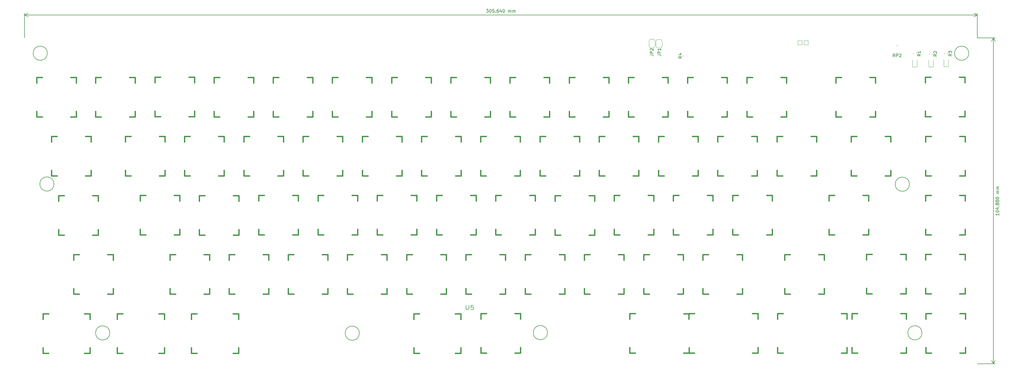
<source format=gto>
G04 #@! TF.GenerationSoftware,KiCad,Pcbnew,5.1.5*
G04 #@! TF.CreationDate,2020-04-09T00:31:28+02:00*
G04 #@! TF.ProjectId,FullKeyboardV1,46756c6c-4b65-4796-926f-61726456312e,rev?*
G04 #@! TF.SameCoordinates,Original*
G04 #@! TF.FileFunction,Legend,Top*
G04 #@! TF.FilePolarity,Positive*
%FSLAX46Y46*%
G04 Gerber Fmt 4.6, Leading zero omitted, Abs format (unit mm)*
G04 Created by KiCad (PCBNEW 5.1.5) date 2020-04-09 00:31:28*
%MOMM*%
%LPD*%
G04 APERTURE LIST*
%ADD10C,0.150000*%
%ADD11C,0.381000*%
%ADD12C,0.120000*%
%ADD13C,0.203200*%
G04 APERTURE END LIST*
D10*
X306211578Y-104328941D02*
X306211469Y-104900369D01*
X306211523Y-104614655D02*
X305211523Y-104614464D01*
X305354362Y-104709730D01*
X305449582Y-104804986D01*
X305497183Y-104900233D01*
X305211696Y-103709702D02*
X305211714Y-103614464D01*
X305259351Y-103519235D01*
X305306979Y-103471625D01*
X305402226Y-103424024D01*
X305592712Y-103376442D01*
X305830807Y-103376487D01*
X306021274Y-103424143D01*
X306116503Y-103471780D01*
X306164113Y-103519408D01*
X306211714Y-103614655D01*
X306211696Y-103709893D01*
X306164058Y-103805122D01*
X306116430Y-103852732D01*
X306021183Y-103900333D01*
X305830698Y-103947916D01*
X305592603Y-103947870D01*
X305402136Y-103900215D01*
X305306907Y-103852578D01*
X305259297Y-103804950D01*
X305211696Y-103709702D01*
X305545256Y-102519290D02*
X306211923Y-102519417D01*
X305164258Y-102757312D02*
X305878499Y-102995544D01*
X305878617Y-102376496D01*
X306164413Y-101947979D02*
X306212032Y-101947988D01*
X306307261Y-101995626D01*
X306354871Y-102043254D01*
X305640712Y-101376451D02*
X305593075Y-101471680D01*
X305545447Y-101519290D01*
X305450200Y-101566891D01*
X305402580Y-101566882D01*
X305307351Y-101519244D01*
X305259741Y-101471616D01*
X305212141Y-101376369D01*
X305212177Y-101185893D01*
X305259814Y-101090664D01*
X305307442Y-101043054D01*
X305402689Y-100995453D01*
X305450308Y-100995462D01*
X305545537Y-101043099D01*
X305593147Y-101090728D01*
X305640748Y-101185975D01*
X305640712Y-101376451D01*
X305688313Y-101471698D01*
X305735923Y-101519326D01*
X305831152Y-101566963D01*
X306021628Y-101567000D01*
X306116875Y-101519399D01*
X306164503Y-101471789D01*
X306212141Y-101376560D01*
X306212177Y-101186084D01*
X306164576Y-101090836D01*
X306116966Y-101043208D01*
X306021737Y-100995571D01*
X305831261Y-100995535D01*
X305736014Y-101043136D01*
X305688386Y-101090746D01*
X305640748Y-101185975D01*
X305640894Y-100424070D02*
X305593256Y-100519299D01*
X305545628Y-100566909D01*
X305450381Y-100614510D01*
X305402762Y-100614501D01*
X305307533Y-100566864D01*
X305259923Y-100519235D01*
X305212322Y-100423988D01*
X305212359Y-100233512D01*
X305259996Y-100138283D01*
X305307624Y-100090673D01*
X305402871Y-100043072D01*
X305450490Y-100043081D01*
X305545719Y-100090718D01*
X305593329Y-100138347D01*
X305640930Y-100233594D01*
X305640894Y-100424070D01*
X305688495Y-100519317D01*
X305736104Y-100566945D01*
X305831334Y-100614582D01*
X306021810Y-100614619D01*
X306117057Y-100567018D01*
X306164685Y-100519408D01*
X306212322Y-100424179D01*
X306212359Y-100233703D01*
X306164758Y-100138456D01*
X306117148Y-100090827D01*
X306021919Y-100043190D01*
X305831442Y-100043154D01*
X305736195Y-100090755D01*
X305688567Y-100138365D01*
X305640930Y-100233594D01*
X305212513Y-99423988D02*
X305212531Y-99328750D01*
X305260168Y-99233521D01*
X305307796Y-99185911D01*
X305403044Y-99138310D01*
X305593529Y-99090728D01*
X305831624Y-99090773D01*
X306022091Y-99138428D01*
X306117320Y-99186066D01*
X306164930Y-99233694D01*
X306212531Y-99328941D01*
X306212513Y-99424179D01*
X306164876Y-99519408D01*
X306117248Y-99567018D01*
X306022000Y-99614619D01*
X305831515Y-99662202D01*
X305593420Y-99662156D01*
X305402953Y-99614501D01*
X305307724Y-99566864D01*
X305260114Y-99519235D01*
X305212513Y-99423988D01*
X306212803Y-97900369D02*
X305546137Y-97900242D01*
X305641375Y-97900260D02*
X305593765Y-97852632D01*
X305546164Y-97757385D01*
X305546191Y-97614528D01*
X305593829Y-97519299D01*
X305689076Y-97471698D01*
X306212885Y-97471798D01*
X305689076Y-97471698D02*
X305593847Y-97424061D01*
X305546246Y-97328814D01*
X305546273Y-97185957D01*
X305593910Y-97090728D01*
X305689157Y-97043127D01*
X306212967Y-97043227D01*
X306213058Y-96567036D02*
X305546391Y-96566909D01*
X305641629Y-96566927D02*
X305594019Y-96519299D01*
X305546418Y-96424052D01*
X305546446Y-96281195D01*
X305594083Y-96185966D01*
X305689330Y-96138365D01*
X306213139Y-96138465D01*
X305689330Y-96138365D02*
X305594101Y-96090728D01*
X305546500Y-95995480D01*
X305546527Y-95852623D01*
X305594165Y-95757394D01*
X305689412Y-95709793D01*
X306213221Y-95709893D01*
X304469969Y-47840988D02*
X304449969Y-152720988D01*
X299290000Y-47840000D02*
X305056390Y-47841100D01*
X299270000Y-152720000D02*
X305036390Y-152721100D01*
X304449969Y-152720988D02*
X303863763Y-151594372D01*
X304449969Y-152720988D02*
X305036605Y-151594596D01*
X304469969Y-47840988D02*
X303883333Y-48967380D01*
X304469969Y-47840988D02*
X305056175Y-48967604D01*
X141813633Y-38667431D02*
X142432680Y-38667451D01*
X142099335Y-39048392D01*
X142242192Y-39048397D01*
X142337428Y-39096019D01*
X142385046Y-39143640D01*
X142432662Y-39238880D01*
X142432654Y-39476975D01*
X142385032Y-39572211D01*
X142337411Y-39619829D01*
X142242171Y-39667445D01*
X141956457Y-39667435D01*
X141861221Y-39619813D01*
X141813603Y-39572193D01*
X143051728Y-38667471D02*
X143146966Y-38667474D01*
X143242203Y-38715097D01*
X143289820Y-38762717D01*
X143337436Y-38857957D01*
X143385049Y-39048435D01*
X143385041Y-39286530D01*
X143337416Y-39477004D01*
X143289794Y-39572241D01*
X143242173Y-39619858D01*
X143146933Y-39667474D01*
X143051695Y-39667471D01*
X142956459Y-39619849D01*
X142908841Y-39572229D01*
X142861225Y-39476989D01*
X142813612Y-39286511D01*
X142813620Y-39048416D01*
X142861246Y-38857941D01*
X142908868Y-38762705D01*
X142956488Y-38715087D01*
X143051728Y-38667471D01*
X144289823Y-38667512D02*
X143813633Y-38667496D01*
X143765998Y-39143685D01*
X143813619Y-39096068D01*
X143908858Y-39048452D01*
X144146954Y-39048459D01*
X144242190Y-39096082D01*
X144289808Y-39143702D01*
X144337424Y-39238942D01*
X144337416Y-39477037D01*
X144289794Y-39572274D01*
X144242173Y-39619891D01*
X144146933Y-39667507D01*
X143908838Y-39667499D01*
X143813602Y-39619877D01*
X143765984Y-39572257D01*
X144813602Y-39619910D02*
X144813600Y-39667529D01*
X144765978Y-39762765D01*
X144718357Y-39810383D01*
X145670776Y-38667557D02*
X145480299Y-38667551D01*
X145385060Y-38715167D01*
X145337439Y-38762784D01*
X145242196Y-38905638D01*
X145194571Y-39096113D01*
X145194559Y-39477065D01*
X145242175Y-39572305D01*
X145289792Y-39619925D01*
X145385029Y-39667548D01*
X145575505Y-39667554D01*
X145670744Y-39619938D01*
X145718365Y-39572320D01*
X145765987Y-39477084D01*
X145765995Y-39238989D01*
X145718379Y-39143749D01*
X145670762Y-39096128D01*
X145575525Y-39048506D01*
X145385049Y-39048500D01*
X145289809Y-39096116D01*
X145242189Y-39143733D01*
X145194566Y-39238970D01*
X146623146Y-39000921D02*
X146623124Y-39667588D01*
X146385063Y-38619961D02*
X146146944Y-39334239D01*
X146765992Y-39334259D01*
X147337442Y-38667611D02*
X147432680Y-38667615D01*
X147527917Y-38715237D01*
X147575534Y-38762857D01*
X147623150Y-38858097D01*
X147670763Y-39048575D01*
X147670755Y-39286670D01*
X147623130Y-39477145D01*
X147575508Y-39572381D01*
X147527887Y-39619999D01*
X147432648Y-39667615D01*
X147337410Y-39667611D01*
X147242173Y-39619989D01*
X147194556Y-39572369D01*
X147146940Y-39477129D01*
X147099327Y-39286651D01*
X147099335Y-39048556D01*
X147146960Y-38858081D01*
X147194582Y-38762845D01*
X147242203Y-38715227D01*
X147337442Y-38667611D01*
X148861219Y-39667661D02*
X148861241Y-39000995D01*
X148861238Y-39096233D02*
X148908858Y-39048615D01*
X149004098Y-39000999D01*
X149146955Y-39001004D01*
X149242192Y-39048626D01*
X149289808Y-39143866D01*
X149289791Y-39667675D01*
X149289808Y-39143866D02*
X149337430Y-39048629D01*
X149432669Y-39001013D01*
X149575527Y-39001018D01*
X149670763Y-39048640D01*
X149718379Y-39143880D01*
X149718362Y-39667689D01*
X150194552Y-39667705D02*
X150194574Y-39001038D01*
X150194571Y-39096276D02*
X150242192Y-39048659D01*
X150337431Y-39001043D01*
X150480289Y-39001048D01*
X150575525Y-39048670D01*
X150623141Y-39143909D01*
X150623124Y-39667719D01*
X150623141Y-39143909D02*
X150670763Y-39048673D01*
X150766003Y-39001057D01*
X150908860Y-39001062D01*
X151004096Y-39048684D01*
X151051712Y-39143923D01*
X151051695Y-39667733D01*
X-6339761Y-40510203D02*
X299300239Y-40520203D01*
X-6340000Y-47810000D02*
X-6339742Y-39923782D01*
X299300000Y-47820000D02*
X299300258Y-39933782D01*
X299300239Y-40520203D02*
X298173716Y-41106587D01*
X299300239Y-40520203D02*
X298173754Y-39933745D01*
X-6339761Y-40510203D02*
X-5213276Y-41096661D01*
X-6339761Y-40510203D02*
X-5213238Y-39923819D01*
D11*
X44950000Y-81328000D02*
X44950000Y-79550000D01*
X44950000Y-92250000D02*
X44950000Y-90472000D01*
X46728000Y-92250000D02*
X44950000Y-92250000D01*
X57650000Y-92250000D02*
X55872000Y-92250000D01*
X57650000Y-90472000D02*
X57650000Y-92250000D01*
X57650000Y-79550000D02*
X57650000Y-81328000D01*
X55872000Y-79550000D02*
X57650000Y-79550000D01*
X44950000Y-79550000D02*
X46728000Y-79550000D01*
X87770000Y-100318000D02*
X87770000Y-98540000D01*
X87770000Y-111240000D02*
X87770000Y-109462000D01*
X89548000Y-111240000D02*
X87770000Y-111240000D01*
X100470000Y-111240000D02*
X98692000Y-111240000D01*
X100470000Y-109462000D02*
X100470000Y-111240000D01*
X100470000Y-98540000D02*
X100470000Y-100318000D01*
X98692000Y-98540000D02*
X100470000Y-98540000D01*
X87770000Y-98540000D02*
X89548000Y-98540000D01*
X131847000Y-136565000D02*
X133625000Y-136565000D01*
X133625000Y-136565000D02*
X133625000Y-138343000D01*
X133625000Y-147487000D02*
X133625000Y-149265000D01*
X133625000Y-149265000D02*
X131847000Y-149265000D01*
X140060000Y-136555000D02*
X141838000Y-136555000D01*
X150982000Y-136555000D02*
X152760000Y-136555000D01*
X152760000Y-136555000D02*
X152760000Y-138333000D01*
X152760000Y-147477000D02*
X152760000Y-149255000D01*
X152760000Y-149255000D02*
X150982000Y-149255000D01*
X141838000Y-149255000D02*
X140060000Y-149255000D01*
X140060000Y-149255000D02*
X140060000Y-147477000D01*
X140060000Y-138333000D02*
X140060000Y-136555000D01*
X118555000Y-136580000D02*
X120333000Y-136580000D01*
X120333000Y-149280000D02*
X118555000Y-149280000D01*
X118555000Y-149280000D02*
X118555000Y-147502000D01*
X118555000Y-138358000D02*
X118555000Y-136580000D01*
X-420000Y-136605000D02*
X1358000Y-136605000D01*
X-420000Y-138383000D02*
X-420000Y-136605000D01*
X23380000Y-149280000D02*
X23380000Y-147502000D01*
X25158000Y-149280000D02*
X23380000Y-149280000D01*
X-420000Y-149305000D02*
X-420000Y-147527000D01*
X1358000Y-149305000D02*
X-420000Y-149305000D01*
X23380000Y-136580000D02*
X25158000Y-136580000D01*
X23380000Y-138358000D02*
X23380000Y-136580000D01*
X47180000Y-136580000D02*
X48958000Y-136580000D01*
X47180000Y-138358000D02*
X47180000Y-136580000D01*
X47180000Y-149280000D02*
X47180000Y-147502000D01*
X48958000Y-149280000D02*
X47180000Y-149280000D01*
X36692000Y-136575000D02*
X38470000Y-136575000D01*
X38470000Y-136575000D02*
X38470000Y-138353000D01*
X38470000Y-149275000D02*
X36692000Y-149275000D01*
X38470000Y-147497000D02*
X38470000Y-149275000D01*
X62270000Y-149275000D02*
X60492000Y-149275000D01*
X62270000Y-147497000D02*
X62270000Y-149275000D01*
X62270000Y-136575000D02*
X62270000Y-138353000D01*
X60492000Y-136575000D02*
X62270000Y-136575000D01*
X12882000Y-136605000D02*
X14660000Y-136605000D01*
X14660000Y-136605000D02*
X14660000Y-138383000D01*
X14660000Y-147527000D02*
X14660000Y-149305000D01*
X14660000Y-149305000D02*
X12882000Y-149305000D01*
X206800000Y-149265000D02*
X206800000Y-147487000D01*
X208558000Y-149255000D02*
X206780000Y-149255000D01*
X206780000Y-138333000D02*
X206780000Y-136555000D01*
X206780000Y-136555000D02*
X208558000Y-136555000D01*
X187780000Y-149255000D02*
X187780000Y-147477000D01*
X187780000Y-136555000D02*
X189558000Y-136555000D01*
X189558000Y-149255000D02*
X187780000Y-149255000D01*
X187780000Y-138333000D02*
X187780000Y-136555000D01*
X257480000Y-147477000D02*
X257480000Y-149255000D01*
X257480000Y-136555000D02*
X257480000Y-138333000D01*
X255702000Y-136555000D02*
X257480000Y-136555000D01*
X257480000Y-149255000D02*
X255702000Y-149255000D01*
X274702000Y-136555000D02*
X276480000Y-136555000D01*
X276480000Y-136555000D02*
X276480000Y-138333000D01*
X276480000Y-147477000D02*
X276480000Y-149255000D01*
X276480000Y-149255000D02*
X274702000Y-149255000D01*
X205100000Y-136590000D02*
X206878000Y-136590000D01*
X206850000Y-149240000D02*
X205072000Y-149240000D01*
X228930000Y-136555000D02*
X228930000Y-138333000D01*
X227152000Y-136555000D02*
X228930000Y-136555000D01*
X227152000Y-136555000D02*
X228930000Y-136555000D01*
X228930000Y-136555000D02*
X228930000Y-138333000D01*
X228930000Y-147477000D02*
X228930000Y-149255000D01*
X228930000Y-149255000D02*
X227152000Y-149255000D01*
X228930000Y-149255000D02*
X227152000Y-149255000D01*
X228930000Y-147477000D02*
X228930000Y-149255000D01*
X235230000Y-138333000D02*
X235230000Y-136555000D01*
X235230000Y-138333000D02*
X235230000Y-136555000D01*
X235230000Y-136555000D02*
X237008000Y-136555000D01*
X235230000Y-136555000D02*
X237008000Y-136555000D01*
X237008000Y-149255000D02*
X235230000Y-149255000D01*
X235230000Y-149255000D02*
X235230000Y-147477000D01*
X237008000Y-149255000D02*
X235230000Y-149255000D01*
X235230000Y-149255000D02*
X235230000Y-147477000D01*
X259030000Y-136555000D02*
X260808000Y-136555000D01*
X259030000Y-138333000D02*
X259030000Y-136555000D01*
X260808000Y-149255000D02*
X259030000Y-149255000D01*
X259030000Y-149255000D02*
X259030000Y-147477000D01*
X251722000Y-100308000D02*
X251722000Y-98530000D01*
X251722000Y-111230000D02*
X251722000Y-109452000D01*
X253500000Y-111230000D02*
X251722000Y-111230000D01*
X264422000Y-111230000D02*
X262644000Y-111230000D01*
X264422000Y-109452000D02*
X264422000Y-111230000D01*
X264422000Y-98530000D02*
X264422000Y-100308000D01*
X262644000Y-98530000D02*
X264422000Y-98530000D01*
X251722000Y-98530000D02*
X253500000Y-98530000D01*
X139980000Y-81318000D02*
X139980000Y-79540000D01*
X139980000Y-92240000D02*
X139980000Y-90462000D01*
X141758000Y-92240000D02*
X139980000Y-92240000D01*
X152680000Y-92240000D02*
X150902000Y-92240000D01*
X152680000Y-90462000D02*
X152680000Y-92240000D01*
X152680000Y-79540000D02*
X152680000Y-81318000D01*
X150902000Y-79540000D02*
X152680000Y-79540000D01*
X139980000Y-79540000D02*
X141758000Y-79540000D01*
D12*
X241700000Y-50110000D02*
X241700000Y-48710000D01*
X243100000Y-50110000D02*
X241700000Y-50110000D01*
X243100000Y-48710000D02*
X243100000Y-50110000D01*
X241700000Y-48710000D02*
X243100000Y-48710000D01*
X243640000Y-50110000D02*
X243640000Y-48710000D01*
X245040000Y-50110000D02*
X243640000Y-50110000D01*
X245040000Y-48710000D02*
X245040000Y-50110000D01*
X243640000Y-48710000D02*
X245040000Y-48710000D01*
X273290000Y-50310000D02*
X273790000Y-50310000D01*
X273290000Y-52590000D02*
X273790000Y-52590000D01*
D11*
X282745000Y-138328000D02*
X282745000Y-136550000D01*
X282745000Y-149250000D02*
X282745000Y-147472000D01*
X284523000Y-149250000D02*
X282745000Y-149250000D01*
X295445000Y-149250000D02*
X293667000Y-149250000D01*
X295445000Y-147472000D02*
X295445000Y-149250000D01*
X295445000Y-136550000D02*
X295445000Y-138328000D01*
X293667000Y-136550000D02*
X295445000Y-136550000D01*
X282745000Y-136550000D02*
X284523000Y-136550000D01*
X282730000Y-119288000D02*
X282730000Y-117510000D01*
X282730000Y-130210000D02*
X282730000Y-128432000D01*
X284508000Y-130210000D02*
X282730000Y-130210000D01*
X295430000Y-130210000D02*
X293652000Y-130210000D01*
X295430000Y-128432000D02*
X295430000Y-130210000D01*
X295430000Y-117510000D02*
X295430000Y-119288000D01*
X293652000Y-117510000D02*
X295430000Y-117510000D01*
X282730000Y-117510000D02*
X284508000Y-117510000D01*
X282710000Y-100313000D02*
X282710000Y-98535000D01*
X282710000Y-111235000D02*
X282710000Y-109457000D01*
X284488000Y-111235000D02*
X282710000Y-111235000D01*
X295410000Y-111235000D02*
X293632000Y-111235000D01*
X295410000Y-109457000D02*
X295410000Y-111235000D01*
X295410000Y-98535000D02*
X295410000Y-100313000D01*
X293632000Y-98535000D02*
X295410000Y-98535000D01*
X282710000Y-98535000D02*
X284488000Y-98535000D01*
X282685000Y-81313000D02*
X282685000Y-79535000D01*
X282685000Y-92235000D02*
X282685000Y-90457000D01*
X284463000Y-92235000D02*
X282685000Y-92235000D01*
X295385000Y-92235000D02*
X293607000Y-92235000D01*
X295385000Y-90457000D02*
X295385000Y-92235000D01*
X295385000Y-79535000D02*
X295385000Y-81313000D01*
X293607000Y-79535000D02*
X295385000Y-79535000D01*
X282685000Y-79535000D02*
X284463000Y-79535000D01*
X282635000Y-62288000D02*
X282635000Y-60510000D01*
X282635000Y-73210000D02*
X282635000Y-71432000D01*
X284413000Y-73210000D02*
X282635000Y-73210000D01*
X295335000Y-73210000D02*
X293557000Y-73210000D01*
X295335000Y-71432000D02*
X295335000Y-73210000D01*
X295335000Y-60510000D02*
X295335000Y-62288000D01*
X293557000Y-60510000D02*
X295335000Y-60510000D01*
X282635000Y-60510000D02*
X284413000Y-60510000D01*
X258805000Y-81338000D02*
X258805000Y-79560000D01*
X258805000Y-92260000D02*
X258805000Y-90482000D01*
X260583000Y-92260000D02*
X258805000Y-92260000D01*
X271505000Y-92260000D02*
X269727000Y-92260000D01*
X271505000Y-90482000D02*
X271505000Y-92260000D01*
X271505000Y-79560000D02*
X271505000Y-81338000D01*
X269727000Y-79560000D02*
X271505000Y-79560000D01*
X258805000Y-79560000D02*
X260583000Y-79560000D01*
X237470000Y-119303000D02*
X237470000Y-117525000D01*
X237470000Y-130225000D02*
X237470000Y-128447000D01*
X239248000Y-130225000D02*
X237470000Y-130225000D01*
X250170000Y-130225000D02*
X248392000Y-130225000D01*
X250170000Y-128447000D02*
X250170000Y-130225000D01*
X250170000Y-117525000D02*
X250170000Y-119303000D01*
X248392000Y-117525000D02*
X250170000Y-117525000D01*
X237470000Y-117525000D02*
X239248000Y-117525000D01*
X263710000Y-119288000D02*
X263710000Y-117510000D01*
X263710000Y-130210000D02*
X263710000Y-128432000D01*
X265488000Y-130210000D02*
X263710000Y-130210000D01*
X276410000Y-130210000D02*
X274632000Y-130210000D01*
X276410000Y-128432000D02*
X276410000Y-130210000D01*
X276410000Y-117510000D02*
X276410000Y-119288000D01*
X274632000Y-117510000D02*
X276410000Y-117510000D01*
X263710000Y-117510000D02*
X265488000Y-117510000D01*
X234980000Y-81328000D02*
X234980000Y-79550000D01*
X234980000Y-92250000D02*
X234980000Y-90472000D01*
X236758000Y-92250000D02*
X234980000Y-92250000D01*
X247680000Y-92250000D02*
X245902000Y-92250000D01*
X247680000Y-90472000D02*
X247680000Y-92250000D01*
X247680000Y-79550000D02*
X247680000Y-81328000D01*
X245902000Y-79550000D02*
X247680000Y-79550000D01*
X234980000Y-79550000D02*
X236758000Y-79550000D01*
X225340000Y-62328000D02*
X225340000Y-60550000D01*
X225340000Y-73250000D02*
X225340000Y-71472000D01*
X227118000Y-73250000D02*
X225340000Y-73250000D01*
X238040000Y-73250000D02*
X236262000Y-73250000D01*
X238040000Y-71472000D02*
X238040000Y-73250000D01*
X238040000Y-60550000D02*
X238040000Y-62328000D01*
X236262000Y-60550000D02*
X238040000Y-60550000D01*
X225340000Y-60550000D02*
X227118000Y-60550000D01*
X211230000Y-119313000D02*
X211230000Y-117535000D01*
X211230000Y-130235000D02*
X211230000Y-128457000D01*
X213008000Y-130235000D02*
X211230000Y-130235000D01*
X223930000Y-130235000D02*
X222152000Y-130235000D01*
X223930000Y-128457000D02*
X223930000Y-130235000D01*
X223930000Y-117535000D02*
X223930000Y-119313000D01*
X222152000Y-117535000D02*
X223930000Y-117535000D01*
X211230000Y-117535000D02*
X213008000Y-117535000D01*
X220780000Y-100308000D02*
X220780000Y-98530000D01*
X220780000Y-111230000D02*
X220780000Y-109452000D01*
X222558000Y-111230000D02*
X220780000Y-111230000D01*
X233480000Y-111230000D02*
X231702000Y-111230000D01*
X233480000Y-109452000D02*
X233480000Y-111230000D01*
X233480000Y-98530000D02*
X233480000Y-100308000D01*
X231702000Y-98530000D02*
X233480000Y-98530000D01*
X220780000Y-98530000D02*
X222558000Y-98530000D01*
X215980000Y-81328000D02*
X215980000Y-79550000D01*
X215980000Y-92250000D02*
X215980000Y-90472000D01*
X217758000Y-92250000D02*
X215980000Y-92250000D01*
X228680000Y-92250000D02*
X226902000Y-92250000D01*
X228680000Y-90472000D02*
X228680000Y-92250000D01*
X228680000Y-79550000D02*
X228680000Y-81328000D01*
X226902000Y-79550000D02*
X228680000Y-79550000D01*
X215980000Y-79550000D02*
X217758000Y-79550000D01*
X192230000Y-119308000D02*
X192230000Y-117530000D01*
X192230000Y-130230000D02*
X192230000Y-128452000D01*
X194008000Y-130230000D02*
X192230000Y-130230000D01*
X204930000Y-130230000D02*
X203152000Y-130230000D01*
X204930000Y-128452000D02*
X204930000Y-130230000D01*
X204930000Y-117530000D02*
X204930000Y-119308000D01*
X203152000Y-117530000D02*
X204930000Y-117530000D01*
X192230000Y-117530000D02*
X194008000Y-117530000D01*
X201780000Y-100318000D02*
X201780000Y-98540000D01*
X201780000Y-111240000D02*
X201780000Y-109462000D01*
X203558000Y-111240000D02*
X201780000Y-111240000D01*
X214480000Y-111240000D02*
X212702000Y-111240000D01*
X214480000Y-109462000D02*
X214480000Y-111240000D01*
X214480000Y-98540000D02*
X214480000Y-100318000D01*
X212702000Y-98540000D02*
X214480000Y-98540000D01*
X201780000Y-98540000D02*
X203558000Y-98540000D01*
X196980000Y-81318000D02*
X196980000Y-79540000D01*
X196980000Y-92240000D02*
X196980000Y-90462000D01*
X198758000Y-92240000D02*
X196980000Y-92240000D01*
X209680000Y-92240000D02*
X207902000Y-92240000D01*
X209680000Y-90462000D02*
X209680000Y-92240000D01*
X209680000Y-79540000D02*
X209680000Y-81318000D01*
X207902000Y-79540000D02*
X209680000Y-79540000D01*
X196980000Y-79540000D02*
X198758000Y-79540000D01*
X187330000Y-62328000D02*
X187330000Y-60550000D01*
X187330000Y-73250000D02*
X187330000Y-71472000D01*
X189108000Y-73250000D02*
X187330000Y-73250000D01*
X200030000Y-73250000D02*
X198252000Y-73250000D01*
X200030000Y-71472000D02*
X200030000Y-73250000D01*
X200030000Y-60550000D02*
X200030000Y-62328000D01*
X198252000Y-60550000D02*
X200030000Y-60550000D01*
X187330000Y-60550000D02*
X189108000Y-60550000D01*
X173230000Y-119308000D02*
X173230000Y-117530000D01*
X173230000Y-130230000D02*
X173230000Y-128452000D01*
X175008000Y-130230000D02*
X173230000Y-130230000D01*
X185930000Y-130230000D02*
X184152000Y-130230000D01*
X185930000Y-128452000D02*
X185930000Y-130230000D01*
X185930000Y-117530000D02*
X185930000Y-119308000D01*
X184152000Y-117530000D02*
X185930000Y-117530000D01*
X173230000Y-117530000D02*
X175008000Y-117530000D01*
X182780000Y-100318000D02*
X182780000Y-98540000D01*
X182780000Y-111240000D02*
X182780000Y-109462000D01*
X184558000Y-111240000D02*
X182780000Y-111240000D01*
X195480000Y-111240000D02*
X193702000Y-111240000D01*
X195480000Y-109462000D02*
X195480000Y-111240000D01*
X195480000Y-98540000D02*
X195480000Y-100318000D01*
X193702000Y-98540000D02*
X195480000Y-98540000D01*
X182780000Y-98540000D02*
X184558000Y-98540000D01*
X177980000Y-81318000D02*
X177980000Y-79540000D01*
X177980000Y-92240000D02*
X177980000Y-90462000D01*
X179758000Y-92240000D02*
X177980000Y-92240000D01*
X190680000Y-92240000D02*
X188902000Y-92240000D01*
X190680000Y-90462000D02*
X190680000Y-92240000D01*
X190680000Y-79540000D02*
X190680000Y-81318000D01*
X188902000Y-79540000D02*
X190680000Y-79540000D01*
X177980000Y-79540000D02*
X179758000Y-79540000D01*
X168350000Y-62328000D02*
X168350000Y-60550000D01*
X168350000Y-73250000D02*
X168350000Y-71472000D01*
X170128000Y-73250000D02*
X168350000Y-73250000D01*
X181050000Y-73250000D02*
X179272000Y-73250000D01*
X181050000Y-71472000D02*
X181050000Y-73250000D01*
X181050000Y-60550000D02*
X181050000Y-62328000D01*
X179272000Y-60550000D02*
X181050000Y-60550000D01*
X168350000Y-60550000D02*
X170128000Y-60550000D01*
X154230000Y-119318000D02*
X154230000Y-117540000D01*
X154230000Y-130240000D02*
X154230000Y-128462000D01*
X156008000Y-130240000D02*
X154230000Y-130240000D01*
X166930000Y-130240000D02*
X165152000Y-130240000D01*
X166930000Y-128462000D02*
X166930000Y-130240000D01*
X166930000Y-117540000D02*
X166930000Y-119318000D01*
X165152000Y-117540000D02*
X166930000Y-117540000D01*
X154230000Y-117540000D02*
X156008000Y-117540000D01*
X163780000Y-100328000D02*
X163780000Y-98550000D01*
X163780000Y-111250000D02*
X163780000Y-109472000D01*
X165558000Y-111250000D02*
X163780000Y-111250000D01*
X176480000Y-111250000D02*
X174702000Y-111250000D01*
X176480000Y-109472000D02*
X176480000Y-111250000D01*
X176480000Y-98550000D02*
X176480000Y-100328000D01*
X174702000Y-98550000D02*
X176480000Y-98550000D01*
X163780000Y-98550000D02*
X165558000Y-98550000D01*
X158980000Y-81318000D02*
X158980000Y-79540000D01*
X158980000Y-92240000D02*
X158980000Y-90462000D01*
X160758000Y-92240000D02*
X158980000Y-92240000D01*
X171680000Y-92240000D02*
X169902000Y-92240000D01*
X171680000Y-90462000D02*
X171680000Y-92240000D01*
X171680000Y-79540000D02*
X171680000Y-81318000D01*
X169902000Y-79540000D02*
X171680000Y-79540000D01*
X158980000Y-79540000D02*
X160758000Y-79540000D01*
X149370000Y-62328000D02*
X149370000Y-60550000D01*
X149370000Y-73250000D02*
X149370000Y-71472000D01*
X151148000Y-73250000D02*
X149370000Y-73250000D01*
X162070000Y-73250000D02*
X160292000Y-73250000D01*
X162070000Y-71472000D02*
X162070000Y-73250000D01*
X162070000Y-60550000D02*
X162070000Y-62328000D01*
X160292000Y-60550000D02*
X162070000Y-60550000D01*
X149370000Y-60550000D02*
X151148000Y-60550000D01*
X135230000Y-119318000D02*
X135230000Y-117540000D01*
X135230000Y-130240000D02*
X135230000Y-128462000D01*
X137008000Y-130240000D02*
X135230000Y-130240000D01*
X147930000Y-130240000D02*
X146152000Y-130240000D01*
X147930000Y-128462000D02*
X147930000Y-130240000D01*
X147930000Y-117540000D02*
X147930000Y-119318000D01*
X146152000Y-117540000D02*
X147930000Y-117540000D01*
X135230000Y-117540000D02*
X137008000Y-117540000D01*
X144780000Y-100318000D02*
X144780000Y-98540000D01*
X144780000Y-111240000D02*
X144780000Y-109462000D01*
X146558000Y-111240000D02*
X144780000Y-111240000D01*
X157480000Y-111240000D02*
X155702000Y-111240000D01*
X157480000Y-109462000D02*
X157480000Y-111240000D01*
X157480000Y-98540000D02*
X157480000Y-100318000D01*
X155702000Y-98540000D02*
X157480000Y-98540000D01*
X144780000Y-98540000D02*
X146558000Y-98540000D01*
X130370000Y-62328000D02*
X130370000Y-60550000D01*
X130370000Y-73250000D02*
X130370000Y-71472000D01*
X132148000Y-73250000D02*
X130370000Y-73250000D01*
X143070000Y-73250000D02*
X141292000Y-73250000D01*
X143070000Y-71472000D02*
X143070000Y-73250000D01*
X143070000Y-60550000D02*
X143070000Y-62328000D01*
X141292000Y-60550000D02*
X143070000Y-60550000D01*
X130370000Y-60550000D02*
X132148000Y-60550000D01*
X116220000Y-119328000D02*
X116220000Y-117550000D01*
X116220000Y-130250000D02*
X116220000Y-128472000D01*
X117998000Y-130250000D02*
X116220000Y-130250000D01*
X128920000Y-130250000D02*
X127142000Y-130250000D01*
X128920000Y-128472000D02*
X128920000Y-130250000D01*
X128920000Y-117550000D02*
X128920000Y-119328000D01*
X127142000Y-117550000D02*
X128920000Y-117550000D01*
X116220000Y-117550000D02*
X117998000Y-117550000D01*
X125780000Y-100318000D02*
X125780000Y-98540000D01*
X125780000Y-111240000D02*
X125780000Y-109462000D01*
X127558000Y-111240000D02*
X125780000Y-111240000D01*
X138480000Y-111240000D02*
X136702000Y-111240000D01*
X138480000Y-109462000D02*
X138480000Y-111240000D01*
X138480000Y-98540000D02*
X138480000Y-100318000D01*
X136702000Y-98540000D02*
X138480000Y-98540000D01*
X125780000Y-98540000D02*
X127558000Y-98540000D01*
X120980000Y-81318000D02*
X120980000Y-79540000D01*
X120980000Y-92240000D02*
X120980000Y-90462000D01*
X122758000Y-92240000D02*
X120980000Y-92240000D01*
X133680000Y-92240000D02*
X131902000Y-92240000D01*
X133680000Y-90462000D02*
X133680000Y-92240000D01*
X133680000Y-79540000D02*
X133680000Y-81318000D01*
X131902000Y-79540000D02*
X133680000Y-79540000D01*
X120980000Y-79540000D02*
X122758000Y-79540000D01*
X111370000Y-62328000D02*
X111370000Y-60550000D01*
X111370000Y-73250000D02*
X111370000Y-71472000D01*
X113148000Y-73250000D02*
X111370000Y-73250000D01*
X124070000Y-73250000D02*
X122292000Y-73250000D01*
X124070000Y-71472000D02*
X124070000Y-73250000D01*
X124070000Y-60550000D02*
X124070000Y-62328000D01*
X122292000Y-60550000D02*
X124070000Y-60550000D01*
X111370000Y-60550000D02*
X113148000Y-60550000D01*
X97220000Y-119328000D02*
X97220000Y-117550000D01*
X97220000Y-130250000D02*
X97220000Y-128472000D01*
X98998000Y-130250000D02*
X97220000Y-130250000D01*
X109920000Y-130250000D02*
X108142000Y-130250000D01*
X109920000Y-128472000D02*
X109920000Y-130250000D01*
X109920000Y-117550000D02*
X109920000Y-119328000D01*
X108142000Y-117550000D02*
X109920000Y-117550000D01*
X97220000Y-117550000D02*
X98998000Y-117550000D01*
X106770000Y-100318000D02*
X106770000Y-98540000D01*
X106770000Y-111240000D02*
X106770000Y-109462000D01*
X108548000Y-111240000D02*
X106770000Y-111240000D01*
X119470000Y-111240000D02*
X117692000Y-111240000D01*
X119470000Y-109462000D02*
X119470000Y-111240000D01*
X119470000Y-98540000D02*
X119470000Y-100318000D01*
X117692000Y-98540000D02*
X119470000Y-98540000D01*
X106770000Y-98540000D02*
X108548000Y-98540000D01*
X101980000Y-81318000D02*
X101980000Y-79540000D01*
X101980000Y-92240000D02*
X101980000Y-90462000D01*
X103758000Y-92240000D02*
X101980000Y-92240000D01*
X114680000Y-92240000D02*
X112902000Y-92240000D01*
X114680000Y-90462000D02*
X114680000Y-92240000D01*
X114680000Y-79540000D02*
X114680000Y-81318000D01*
X112902000Y-79540000D02*
X114680000Y-79540000D01*
X101980000Y-79540000D02*
X103758000Y-79540000D01*
X92380000Y-62318000D02*
X92380000Y-60540000D01*
X92380000Y-73240000D02*
X92380000Y-71462000D01*
X94158000Y-73240000D02*
X92380000Y-73240000D01*
X105080000Y-73240000D02*
X103302000Y-73240000D01*
X105080000Y-71462000D02*
X105080000Y-73240000D01*
X105080000Y-60540000D02*
X105080000Y-62318000D01*
X103302000Y-60540000D02*
X105080000Y-60540000D01*
X92380000Y-60540000D02*
X94158000Y-60540000D01*
X78250000Y-119328000D02*
X78250000Y-117550000D01*
X78250000Y-130250000D02*
X78250000Y-128472000D01*
X80028000Y-130250000D02*
X78250000Y-130250000D01*
X90950000Y-130250000D02*
X89172000Y-130250000D01*
X90950000Y-128472000D02*
X90950000Y-130250000D01*
X90950000Y-117550000D02*
X90950000Y-119328000D01*
X89172000Y-117550000D02*
X90950000Y-117550000D01*
X78250000Y-117550000D02*
X80028000Y-117550000D01*
X82980000Y-81318000D02*
X82980000Y-79540000D01*
X82980000Y-92240000D02*
X82980000Y-90462000D01*
X84758000Y-92240000D02*
X82980000Y-92240000D01*
X95680000Y-92240000D02*
X93902000Y-92240000D01*
X95680000Y-90462000D02*
X95680000Y-92240000D01*
X95680000Y-79540000D02*
X95680000Y-81318000D01*
X93902000Y-79540000D02*
X95680000Y-79540000D01*
X82980000Y-79540000D02*
X84758000Y-79540000D01*
X59280000Y-119318000D02*
X59280000Y-117540000D01*
X59280000Y-130240000D02*
X59280000Y-128462000D01*
X61058000Y-130240000D02*
X59280000Y-130240000D01*
X71980000Y-130240000D02*
X70202000Y-130240000D01*
X71980000Y-128462000D02*
X71980000Y-130240000D01*
X71980000Y-117540000D02*
X71980000Y-119318000D01*
X70202000Y-117540000D02*
X71980000Y-117540000D01*
X59280000Y-117540000D02*
X61058000Y-117540000D01*
X68750000Y-100318000D02*
X68750000Y-98540000D01*
X68750000Y-111240000D02*
X68750000Y-109462000D01*
X70528000Y-111240000D02*
X68750000Y-111240000D01*
X81450000Y-111240000D02*
X79672000Y-111240000D01*
X81450000Y-109462000D02*
X81450000Y-111240000D01*
X81450000Y-98540000D02*
X81450000Y-100318000D01*
X79672000Y-98540000D02*
X81450000Y-98540000D01*
X68750000Y-98540000D02*
X70528000Y-98540000D01*
X63980000Y-81318000D02*
X63980000Y-79540000D01*
X63980000Y-92240000D02*
X63980000Y-90462000D01*
X65758000Y-92240000D02*
X63980000Y-92240000D01*
X76680000Y-92240000D02*
X74902000Y-92240000D01*
X76680000Y-90462000D02*
X76680000Y-92240000D01*
X76680000Y-79540000D02*
X76680000Y-81318000D01*
X74902000Y-79540000D02*
X76680000Y-79540000D01*
X63980000Y-79540000D02*
X65758000Y-79540000D01*
X54420000Y-62328000D02*
X54420000Y-60550000D01*
X54420000Y-73250000D02*
X54420000Y-71472000D01*
X56198000Y-73250000D02*
X54420000Y-73250000D01*
X67120000Y-73250000D02*
X65342000Y-73250000D01*
X67120000Y-71472000D02*
X67120000Y-73250000D01*
X67120000Y-60550000D02*
X67120000Y-62328000D01*
X65342000Y-60550000D02*
X67120000Y-60550000D01*
X54420000Y-60550000D02*
X56198000Y-60550000D01*
X49720000Y-100328000D02*
X49720000Y-98550000D01*
X49720000Y-111250000D02*
X49720000Y-109472000D01*
X51498000Y-111250000D02*
X49720000Y-111250000D01*
X62420000Y-111250000D02*
X60642000Y-111250000D01*
X62420000Y-109472000D02*
X62420000Y-111250000D01*
X62420000Y-98550000D02*
X62420000Y-100328000D01*
X60642000Y-98550000D02*
X62420000Y-98550000D01*
X49720000Y-98550000D02*
X51498000Y-98550000D01*
X35430000Y-62308000D02*
X35430000Y-60530000D01*
X35430000Y-73230000D02*
X35430000Y-71452000D01*
X37208000Y-73230000D02*
X35430000Y-73230000D01*
X48130000Y-73230000D02*
X46352000Y-73230000D01*
X48130000Y-71452000D02*
X48130000Y-73230000D01*
X48130000Y-60530000D02*
X48130000Y-62308000D01*
X46352000Y-60530000D02*
X48130000Y-60530000D01*
X35430000Y-60530000D02*
X37208000Y-60530000D01*
X30730000Y-100318000D02*
X30730000Y-98540000D01*
X30730000Y-111240000D02*
X30730000Y-109462000D01*
X32508000Y-111240000D02*
X30730000Y-111240000D01*
X43430000Y-111240000D02*
X41652000Y-111240000D01*
X43430000Y-109462000D02*
X43430000Y-111240000D01*
X43430000Y-98540000D02*
X43430000Y-100318000D01*
X41652000Y-98540000D02*
X43430000Y-98540000D01*
X30730000Y-98540000D02*
X32508000Y-98540000D01*
X25980000Y-81318000D02*
X25980000Y-79540000D01*
X25980000Y-92240000D02*
X25980000Y-90462000D01*
X27758000Y-92240000D02*
X25980000Y-92240000D01*
X38680000Y-92240000D02*
X36902000Y-92240000D01*
X38680000Y-90462000D02*
X38680000Y-92240000D01*
X38680000Y-79540000D02*
X38680000Y-81318000D01*
X36902000Y-79540000D02*
X38680000Y-79540000D01*
X25980000Y-79540000D02*
X27758000Y-79540000D01*
X16450000Y-62328000D02*
X16450000Y-60550000D01*
X16450000Y-73250000D02*
X16450000Y-71472000D01*
X18228000Y-73250000D02*
X16450000Y-73250000D01*
X29150000Y-73250000D02*
X27372000Y-73250000D01*
X29150000Y-71472000D02*
X29150000Y-73250000D01*
X29150000Y-60550000D02*
X29150000Y-62328000D01*
X27372000Y-60550000D02*
X29150000Y-60550000D01*
X16450000Y-60550000D02*
X18228000Y-60550000D01*
X9358000Y-119313000D02*
X9358000Y-117535000D01*
X9358000Y-130235000D02*
X9358000Y-128457000D01*
X11136000Y-130235000D02*
X9358000Y-130235000D01*
X22058000Y-130235000D02*
X20280000Y-130235000D01*
X22058000Y-128457000D02*
X22058000Y-130235000D01*
X22058000Y-117535000D02*
X22058000Y-119313000D01*
X20280000Y-117535000D02*
X22058000Y-117535000D01*
X9358000Y-117535000D02*
X11136000Y-117535000D01*
X4590000Y-100328000D02*
X4590000Y-98550000D01*
X4590000Y-111250000D02*
X4590000Y-109472000D01*
X6368000Y-111250000D02*
X4590000Y-111250000D01*
X17290000Y-111250000D02*
X15512000Y-111250000D01*
X17290000Y-109472000D02*
X17290000Y-111250000D01*
X17290000Y-98550000D02*
X17290000Y-100328000D01*
X15512000Y-98550000D02*
X17290000Y-98550000D01*
X4590000Y-98550000D02*
X6368000Y-98550000D01*
X2250000Y-81328000D02*
X2250000Y-79550000D01*
X2250000Y-92250000D02*
X2250000Y-90472000D01*
X4028000Y-92250000D02*
X2250000Y-92250000D01*
X14950000Y-92250000D02*
X13172000Y-92250000D01*
X14950000Y-90472000D02*
X14950000Y-92250000D01*
X14950000Y-79550000D02*
X14950000Y-81328000D01*
X13172000Y-79550000D02*
X14950000Y-79550000D01*
X2250000Y-79550000D02*
X4028000Y-79550000D01*
X-2510000Y-62338000D02*
X-2510000Y-60560000D01*
X-2510000Y-73260000D02*
X-2510000Y-71482000D01*
X-732000Y-73260000D02*
X-2510000Y-73260000D01*
X10190000Y-73260000D02*
X8412000Y-73260000D01*
X10190000Y-71482000D02*
X10190000Y-73260000D01*
X10190000Y-60560000D02*
X10190000Y-62338000D01*
X8412000Y-60560000D02*
X10190000Y-60560000D01*
X-2510000Y-60560000D02*
X-732000Y-60560000D01*
D12*
X288715000Y-52727221D02*
X288715000Y-53052779D01*
X289735000Y-52727221D02*
X289735000Y-53052779D01*
X283890000Y-52777221D02*
X283890000Y-53102779D01*
X284910000Y-52777221D02*
X284910000Y-53102779D01*
X278715000Y-52752221D02*
X278715000Y-53077779D01*
X279735000Y-52752221D02*
X279735000Y-53077779D01*
X289960000Y-57125000D02*
X289960000Y-54840000D01*
X288490000Y-57125000D02*
X289960000Y-57125000D01*
X288490000Y-54840000D02*
X288490000Y-57125000D01*
X285135000Y-57174300D02*
X285135000Y-54889300D01*
X283665000Y-57174300D02*
X285135000Y-57174300D01*
X283665000Y-54889300D02*
X283665000Y-57174300D01*
X279960000Y-57150700D02*
X279960000Y-54865700D01*
X278490000Y-57150700D02*
X279960000Y-57150700D01*
X278490000Y-54865700D02*
X278490000Y-57150700D01*
D11*
X253878000Y-62313000D02*
X253878000Y-60535000D01*
X253878000Y-73235000D02*
X253878000Y-71457000D01*
X255656000Y-73235000D02*
X253878000Y-73235000D01*
X266578000Y-73235000D02*
X264800000Y-73235000D01*
X266578000Y-71457000D02*
X266578000Y-73235000D01*
X266578000Y-60535000D02*
X266578000Y-62313000D01*
X264800000Y-60535000D02*
X266578000Y-60535000D01*
X253878000Y-60535000D02*
X255656000Y-60535000D01*
X206340000Y-62328000D02*
X206340000Y-60550000D01*
X206340000Y-73250000D02*
X206340000Y-71472000D01*
X208118000Y-73250000D02*
X206340000Y-73250000D01*
X219040000Y-73250000D02*
X217262000Y-73250000D01*
X219040000Y-71472000D02*
X219040000Y-73250000D01*
X219040000Y-60550000D02*
X219040000Y-62328000D01*
X217262000Y-60550000D02*
X219040000Y-60550000D01*
X206340000Y-60550000D02*
X208118000Y-60550000D01*
X73380000Y-62328000D02*
X73380000Y-60550000D01*
X73380000Y-73250000D02*
X73380000Y-71472000D01*
X75158000Y-73250000D02*
X73380000Y-73250000D01*
X86080000Y-73250000D02*
X84302000Y-73250000D01*
X86080000Y-71472000D02*
X86080000Y-73250000D01*
X86080000Y-60550000D02*
X86080000Y-62328000D01*
X84302000Y-60550000D02*
X86080000Y-60550000D01*
X73380000Y-60550000D02*
X75158000Y-60550000D01*
D12*
X196180000Y-50430000D02*
X196180000Y-49030000D01*
X196880000Y-48330000D02*
X197480000Y-48330000D01*
X198180000Y-49030000D02*
X198180000Y-50430000D01*
X197480000Y-51130000D02*
X196880000Y-51130000D01*
X196880000Y-51130000D02*
G75*
G02X196180000Y-50430000I0J700000D01*
G01*
X198180000Y-50430000D02*
G75*
G02X197480000Y-51130000I-700000J0D01*
G01*
X197480000Y-48330000D02*
G75*
G02X198180000Y-49030000I0J-700000D01*
G01*
X196180000Y-49030000D02*
G75*
G02X196880000Y-48330000I700000J0D01*
G01*
X193940000Y-50380000D02*
X193940000Y-48980000D01*
X194640000Y-48280000D02*
X195240000Y-48280000D01*
X195940000Y-48980000D02*
X195940000Y-50380000D01*
X195240000Y-51080000D02*
X194640000Y-51080000D01*
X194640000Y-51080000D02*
G75*
G02X193940000Y-50380000I0J700000D01*
G01*
X195940000Y-50380000D02*
G75*
G02X195240000Y-51080000I-700000J0D01*
G01*
X195240000Y-48280000D02*
G75*
G02X195940000Y-48980000I0J-700000D01*
G01*
X193940000Y-48980000D02*
G75*
G02X194640000Y-48280000I700000J0D01*
G01*
X205980000Y-53782779D02*
X205980000Y-53457221D01*
X204960000Y-53782779D02*
X204960000Y-53457221D01*
D11*
X40270000Y-119328000D02*
X40270000Y-117550000D01*
X40270000Y-130250000D02*
X40270000Y-128472000D01*
X42048000Y-130250000D02*
X40270000Y-130250000D01*
X52970000Y-130250000D02*
X51192000Y-130250000D01*
X52970000Y-128472000D02*
X52970000Y-130250000D01*
X52970000Y-117550000D02*
X52970000Y-119328000D01*
X51192000Y-117550000D02*
X52970000Y-117550000D01*
X40270000Y-117550000D02*
X42048000Y-117550000D01*
D10*
X161406000Y-142660000D02*
G75*
G03X161406000Y-142660000I-2286000J0D01*
G01*
X101046000Y-142850000D02*
G75*
G03X101046000Y-142850000I-2286000J0D01*
G01*
X281556000Y-142725000D02*
G75*
G03X281556000Y-142725000I-2286000J0D01*
G01*
X20981000Y-142750000D02*
G75*
G03X20981000Y-142750000I-2286000J0D01*
G01*
X956000Y-52800000D02*
G75*
G03X956000Y-52800000I-2286000J0D01*
G01*
X3096000Y-94860000D02*
G75*
G03X3096000Y-94860000I-2286000J0D01*
G01*
X277521000Y-94935000D02*
G75*
G03X277521000Y-94935000I-2286000J0D01*
G01*
X296556000Y-52800000D02*
G75*
G03X296556000Y-52800000I-2286000J0D01*
G01*
D13*
X135323857Y-133934522D02*
X135323857Y-134962618D01*
X135396428Y-135083570D01*
X135469000Y-135144046D01*
X135614142Y-135204522D01*
X135904428Y-135204522D01*
X136049571Y-135144046D01*
X136122142Y-135083570D01*
X136194714Y-134962618D01*
X136194714Y-133934522D01*
X137646142Y-133934522D02*
X136920428Y-133934522D01*
X136847857Y-134539284D01*
X136920428Y-134478808D01*
X137065571Y-134418332D01*
X137428428Y-134418332D01*
X137573571Y-134478808D01*
X137646142Y-134539284D01*
X137718714Y-134660237D01*
X137718714Y-134962618D01*
X137646142Y-135083570D01*
X137573571Y-135144046D01*
X137428428Y-135204522D01*
X137065571Y-135204522D01*
X136920428Y-135144046D01*
X136847857Y-135083570D01*
D10*
X272873333Y-54002380D02*
X272540000Y-53526190D01*
X272301904Y-54002380D02*
X272301904Y-53002380D01*
X272682857Y-53002380D01*
X272778095Y-53050000D01*
X272825714Y-53097619D01*
X272873333Y-53192857D01*
X272873333Y-53335714D01*
X272825714Y-53430952D01*
X272778095Y-53478571D01*
X272682857Y-53526190D01*
X272301904Y-53526190D01*
X273301904Y-54002380D02*
X273301904Y-53002380D01*
X273682857Y-53002380D01*
X273778095Y-53050000D01*
X273825714Y-53097619D01*
X273873333Y-53192857D01*
X273873333Y-53335714D01*
X273825714Y-53430952D01*
X273778095Y-53478571D01*
X273682857Y-53526190D01*
X273301904Y-53526190D01*
X274254285Y-53097619D02*
X274301904Y-53050000D01*
X274397142Y-53002380D01*
X274635238Y-53002380D01*
X274730476Y-53050000D01*
X274778095Y-53097619D01*
X274825714Y-53192857D01*
X274825714Y-53288095D01*
X274778095Y-53430952D01*
X274206666Y-54002380D01*
X274825714Y-54002380D01*
X291107380Y-53056666D02*
X290631190Y-53390000D01*
X291107380Y-53628095D02*
X290107380Y-53628095D01*
X290107380Y-53247142D01*
X290155000Y-53151904D01*
X290202619Y-53104285D01*
X290297857Y-53056666D01*
X290440714Y-53056666D01*
X290535952Y-53104285D01*
X290583571Y-53151904D01*
X290631190Y-53247142D01*
X290631190Y-53628095D01*
X290107380Y-52723333D02*
X290107380Y-52104285D01*
X290488333Y-52437619D01*
X290488333Y-52294761D01*
X290535952Y-52199523D01*
X290583571Y-52151904D01*
X290678809Y-52104285D01*
X290916904Y-52104285D01*
X291012142Y-52151904D01*
X291059761Y-52199523D01*
X291107380Y-52294761D01*
X291107380Y-52580476D01*
X291059761Y-52675714D01*
X291012142Y-52723333D01*
X286282380Y-53106666D02*
X285806190Y-53440000D01*
X286282380Y-53678095D02*
X285282380Y-53678095D01*
X285282380Y-53297142D01*
X285330000Y-53201904D01*
X285377619Y-53154285D01*
X285472857Y-53106666D01*
X285615714Y-53106666D01*
X285710952Y-53154285D01*
X285758571Y-53201904D01*
X285806190Y-53297142D01*
X285806190Y-53678095D01*
X285377619Y-52725714D02*
X285330000Y-52678095D01*
X285282380Y-52582857D01*
X285282380Y-52344761D01*
X285330000Y-52249523D01*
X285377619Y-52201904D01*
X285472857Y-52154285D01*
X285568095Y-52154285D01*
X285710952Y-52201904D01*
X286282380Y-52773333D01*
X286282380Y-52154285D01*
X281107380Y-53081666D02*
X280631190Y-53415000D01*
X281107380Y-53653095D02*
X280107380Y-53653095D01*
X280107380Y-53272142D01*
X280155000Y-53176904D01*
X280202619Y-53129285D01*
X280297857Y-53081666D01*
X280440714Y-53081666D01*
X280535952Y-53129285D01*
X280583571Y-53176904D01*
X280631190Y-53272142D01*
X280631190Y-53653095D01*
X281107380Y-52129285D02*
X281107380Y-52700714D01*
X281107380Y-52415000D02*
X280107380Y-52415000D01*
X280250238Y-52510238D01*
X280345476Y-52605476D01*
X280393095Y-52700714D01*
X196752380Y-53293333D02*
X197466666Y-53293333D01*
X197609523Y-53340952D01*
X197704761Y-53436190D01*
X197752380Y-53579047D01*
X197752380Y-53674285D01*
X197752380Y-52817142D02*
X196752380Y-52817142D01*
X196752380Y-52436190D01*
X196800000Y-52340952D01*
X196847619Y-52293333D01*
X196942857Y-52245714D01*
X197085714Y-52245714D01*
X197180952Y-52293333D01*
X197228571Y-52340952D01*
X197276190Y-52436190D01*
X197276190Y-52817142D01*
X197752380Y-51293333D02*
X197752380Y-51864761D01*
X197752380Y-51579047D02*
X196752380Y-51579047D01*
X196895238Y-51674285D01*
X196990476Y-51769523D01*
X197038095Y-51864761D01*
X194322380Y-53293333D02*
X195036666Y-53293333D01*
X195179523Y-53340952D01*
X195274761Y-53436190D01*
X195322380Y-53579047D01*
X195322380Y-53674285D01*
X195322380Y-52817142D02*
X194322380Y-52817142D01*
X194322380Y-52436190D01*
X194370000Y-52340952D01*
X194417619Y-52293333D01*
X194512857Y-52245714D01*
X194655714Y-52245714D01*
X194750952Y-52293333D01*
X194798571Y-52340952D01*
X194846190Y-52436190D01*
X194846190Y-52817142D01*
X194417619Y-51864761D02*
X194370000Y-51817142D01*
X194322380Y-51721904D01*
X194322380Y-51483809D01*
X194370000Y-51388571D01*
X194417619Y-51340952D01*
X194512857Y-51293333D01*
X194608095Y-51293333D01*
X194750952Y-51340952D01*
X195322380Y-51912380D01*
X195322380Y-51293333D01*
X204492380Y-53786666D02*
X204016190Y-54120000D01*
X204492380Y-54358095D02*
X203492380Y-54358095D01*
X203492380Y-53977142D01*
X203540000Y-53881904D01*
X203587619Y-53834285D01*
X203682857Y-53786666D01*
X203825714Y-53786666D01*
X203920952Y-53834285D01*
X203968571Y-53881904D01*
X204016190Y-53977142D01*
X204016190Y-54358095D01*
X203825714Y-52929523D02*
X204492380Y-52929523D01*
X203444761Y-53167619D02*
X204159047Y-53405714D01*
X204159047Y-52786666D01*
M02*

</source>
